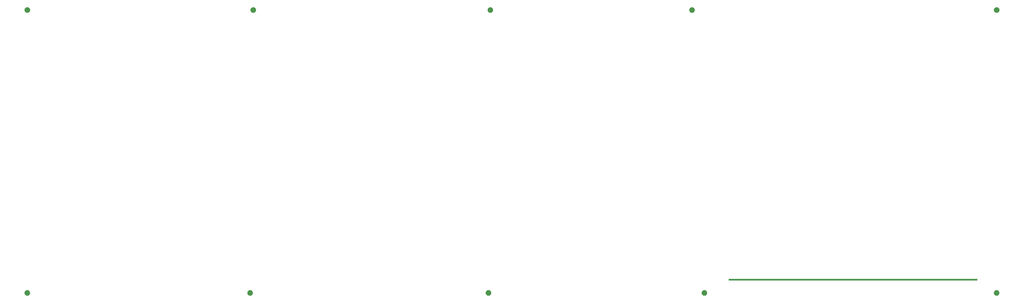
<source format=gbs>
G04 #@! TF.GenerationSoftware,KiCad,Pcbnew,(5.1.5-0-10_14)*
G04 #@! TF.CreationDate,2020-02-21T06:53:06+09:00*
G04 #@! TF.ProjectId,ColiceKeyPlate,436f6c69-6365-44b6-9579-506c6174652e,rev?*
G04 #@! TF.SameCoordinates,Original*
G04 #@! TF.FileFunction,Soldermask,Bot*
G04 #@! TF.FilePolarity,Negative*
%FSLAX46Y46*%
G04 Gerber Fmt 4.6, Leading zero omitted, Abs format (unit mm)*
G04 Created by KiCad (PCBNEW (5.1.5-0-10_14)) date 2020-02-21 06:53:06*
%MOMM*%
%LPD*%
G04 APERTURE LIST*
%ADD10C,0.100000*%
G04 APERTURE END LIST*
D10*
G36*
X433675549Y-138634616D02*
G01*
X433786734Y-138656732D01*
X433996203Y-138743497D01*
X434184720Y-138869460D01*
X434345040Y-139029780D01*
X434471003Y-139218297D01*
X434557768Y-139427766D01*
X434602000Y-139650136D01*
X434602000Y-139876864D01*
X434557768Y-140099234D01*
X434471003Y-140308703D01*
X434345040Y-140497220D01*
X434184720Y-140657540D01*
X433996203Y-140783503D01*
X433786734Y-140870268D01*
X433675549Y-140892384D01*
X433564365Y-140914500D01*
X433337635Y-140914500D01*
X433226451Y-140892384D01*
X433115266Y-140870268D01*
X432905797Y-140783503D01*
X432717280Y-140657540D01*
X432556960Y-140497220D01*
X432430997Y-140308703D01*
X432344232Y-140099234D01*
X432300000Y-139876864D01*
X432300000Y-139650136D01*
X432344232Y-139427766D01*
X432430997Y-139218297D01*
X432556960Y-139029780D01*
X432717280Y-138869460D01*
X432905797Y-138743497D01*
X433115266Y-138656732D01*
X433226451Y-138634616D01*
X433337635Y-138612500D01*
X433564365Y-138612500D01*
X433675549Y-138634616D01*
G37*
G36*
X312771549Y-138634616D02*
G01*
X312882734Y-138656732D01*
X313092203Y-138743497D01*
X313280720Y-138869460D01*
X313441040Y-139029780D01*
X313567003Y-139218297D01*
X313653768Y-139427766D01*
X313698000Y-139650136D01*
X313698000Y-139876864D01*
X313653768Y-140099234D01*
X313567003Y-140308703D01*
X313441040Y-140497220D01*
X313280720Y-140657540D01*
X313092203Y-140783503D01*
X312882734Y-140870268D01*
X312771549Y-140892384D01*
X312660365Y-140914500D01*
X312433635Y-140914500D01*
X312322451Y-140892384D01*
X312211266Y-140870268D01*
X312001797Y-140783503D01*
X311813280Y-140657540D01*
X311652960Y-140497220D01*
X311526997Y-140308703D01*
X311440232Y-140099234D01*
X311396000Y-139876864D01*
X311396000Y-139650136D01*
X311440232Y-139427766D01*
X311526997Y-139218297D01*
X311652960Y-139029780D01*
X311813280Y-138869460D01*
X312001797Y-138743497D01*
X312211266Y-138656732D01*
X312322451Y-138634616D01*
X312433635Y-138612500D01*
X312660365Y-138612500D01*
X312771549Y-138634616D01*
G37*
G36*
X223427049Y-138634616D02*
G01*
X223538234Y-138656732D01*
X223747703Y-138743497D01*
X223936220Y-138869460D01*
X224096540Y-139029780D01*
X224222503Y-139218297D01*
X224309268Y-139427766D01*
X224353500Y-139650136D01*
X224353500Y-139876864D01*
X224309268Y-140099234D01*
X224222503Y-140308703D01*
X224096540Y-140497220D01*
X223936220Y-140657540D01*
X223747703Y-140783503D01*
X223538234Y-140870268D01*
X223427049Y-140892384D01*
X223315865Y-140914500D01*
X223089135Y-140914500D01*
X222977951Y-140892384D01*
X222866766Y-140870268D01*
X222657297Y-140783503D01*
X222468780Y-140657540D01*
X222308460Y-140497220D01*
X222182497Y-140308703D01*
X222095732Y-140099234D01*
X222051500Y-139876864D01*
X222051500Y-139650136D01*
X222095732Y-139427766D01*
X222182497Y-139218297D01*
X222308460Y-139029780D01*
X222468780Y-138869460D01*
X222657297Y-138743497D01*
X222866766Y-138656732D01*
X222977951Y-138634616D01*
X223089135Y-138612500D01*
X223315865Y-138612500D01*
X223427049Y-138634616D01*
G37*
G36*
X124811549Y-138634616D02*
G01*
X124922734Y-138656732D01*
X125132203Y-138743497D01*
X125320720Y-138869460D01*
X125481040Y-139029780D01*
X125607003Y-139218297D01*
X125693768Y-139427766D01*
X125738000Y-139650136D01*
X125738000Y-139876864D01*
X125693768Y-140099234D01*
X125607003Y-140308703D01*
X125481040Y-140497220D01*
X125320720Y-140657540D01*
X125132203Y-140783503D01*
X124922734Y-140870268D01*
X124811549Y-140892384D01*
X124700365Y-140914500D01*
X124473635Y-140914500D01*
X124362451Y-140892384D01*
X124251266Y-140870268D01*
X124041797Y-140783503D01*
X123853280Y-140657540D01*
X123692960Y-140497220D01*
X123566997Y-140308703D01*
X123480232Y-140099234D01*
X123436000Y-139876864D01*
X123436000Y-139650136D01*
X123480232Y-139427766D01*
X123566997Y-139218297D01*
X123692960Y-139029780D01*
X123853280Y-138869460D01*
X124041797Y-138743497D01*
X124251266Y-138656732D01*
X124362451Y-138634616D01*
X124473635Y-138612500D01*
X124700365Y-138612500D01*
X124811549Y-138634616D01*
G37*
G36*
X32609549Y-138634616D02*
G01*
X32720734Y-138656732D01*
X32930203Y-138743497D01*
X33118720Y-138869460D01*
X33279040Y-139029780D01*
X33405003Y-139218297D01*
X33491768Y-139427766D01*
X33536000Y-139650136D01*
X33536000Y-139876864D01*
X33491768Y-140099234D01*
X33405003Y-140308703D01*
X33279040Y-140497220D01*
X33118720Y-140657540D01*
X32930203Y-140783503D01*
X32720734Y-140870268D01*
X32609549Y-140892384D01*
X32498365Y-140914500D01*
X32271635Y-140914500D01*
X32160451Y-140892384D01*
X32049266Y-140870268D01*
X31839797Y-140783503D01*
X31651280Y-140657540D01*
X31490960Y-140497220D01*
X31364997Y-140308703D01*
X31278232Y-140099234D01*
X31234000Y-139876864D01*
X31234000Y-139650136D01*
X31278232Y-139427766D01*
X31364997Y-139218297D01*
X31490960Y-139029780D01*
X31651280Y-138869460D01*
X31839797Y-138743497D01*
X32049266Y-138656732D01*
X32160451Y-138634616D01*
X32271635Y-138612500D01*
X32498365Y-138612500D01*
X32609549Y-138634616D01*
G37*
G36*
X425450000Y-134620000D02*
G01*
X322580000Y-134620000D01*
X322580000Y-133985000D01*
X425450000Y-133985000D01*
X425450000Y-134620000D01*
G37*
G36*
X433693003Y-21418130D02*
G01*
X433804188Y-21440246D01*
X433952304Y-21501598D01*
X434013624Y-21526997D01*
X434013657Y-21527011D01*
X434202174Y-21652974D01*
X434362494Y-21813294D01*
X434488457Y-22001811D01*
X434575222Y-22211280D01*
X434619454Y-22433650D01*
X434619454Y-22660378D01*
X434575222Y-22882748D01*
X434488457Y-23092217D01*
X434362494Y-23280734D01*
X434202174Y-23441054D01*
X434013657Y-23567017D01*
X433804188Y-23653782D01*
X433693003Y-23675898D01*
X433581819Y-23698014D01*
X433355089Y-23698014D01*
X433243905Y-23675898D01*
X433132720Y-23653782D01*
X432923251Y-23567017D01*
X432734734Y-23441054D01*
X432574414Y-23280734D01*
X432448451Y-23092217D01*
X432361686Y-22882748D01*
X432317454Y-22660378D01*
X432317454Y-22433650D01*
X432361686Y-22211280D01*
X432448451Y-22001811D01*
X432574414Y-21813294D01*
X432734734Y-21652974D01*
X432923251Y-21527011D01*
X432923285Y-21526997D01*
X432984604Y-21501598D01*
X433132720Y-21440246D01*
X433243905Y-21418130D01*
X433355089Y-21396014D01*
X433581819Y-21396014D01*
X433693003Y-21418130D01*
G37*
G36*
X307628049Y-21418130D02*
G01*
X307739234Y-21440246D01*
X307887350Y-21501598D01*
X307948670Y-21526997D01*
X307948703Y-21527011D01*
X308137220Y-21652974D01*
X308297540Y-21813294D01*
X308423503Y-22001811D01*
X308510268Y-22211280D01*
X308554500Y-22433650D01*
X308554500Y-22660378D01*
X308510268Y-22882748D01*
X308423503Y-23092217D01*
X308297540Y-23280734D01*
X308137220Y-23441054D01*
X307948703Y-23567017D01*
X307739234Y-23653782D01*
X307628049Y-23675898D01*
X307516865Y-23698014D01*
X307290135Y-23698014D01*
X307178951Y-23675898D01*
X307067766Y-23653782D01*
X306858297Y-23567017D01*
X306669780Y-23441054D01*
X306509460Y-23280734D01*
X306383497Y-23092217D01*
X306296732Y-22882748D01*
X306252500Y-22660378D01*
X306252500Y-22433650D01*
X306296732Y-22211280D01*
X306383497Y-22001811D01*
X306509460Y-21813294D01*
X306669780Y-21652974D01*
X306858297Y-21527011D01*
X306858331Y-21526997D01*
X306919650Y-21501598D01*
X307067766Y-21440246D01*
X307178951Y-21418130D01*
X307290135Y-21396014D01*
X307516865Y-21396014D01*
X307628049Y-21418130D01*
G37*
G36*
X224206503Y-21418130D02*
G01*
X224317688Y-21440246D01*
X224465804Y-21501598D01*
X224527124Y-21526997D01*
X224527157Y-21527011D01*
X224715674Y-21652974D01*
X224875994Y-21813294D01*
X225001957Y-22001811D01*
X225088722Y-22211280D01*
X225132954Y-22433650D01*
X225132954Y-22660378D01*
X225088722Y-22882748D01*
X225001957Y-23092217D01*
X224875994Y-23280734D01*
X224715674Y-23441054D01*
X224527157Y-23567017D01*
X224317688Y-23653782D01*
X224206503Y-23675898D01*
X224095319Y-23698014D01*
X223868589Y-23698014D01*
X223757405Y-23675898D01*
X223646220Y-23653782D01*
X223436751Y-23567017D01*
X223248234Y-23441054D01*
X223087914Y-23280734D01*
X222961951Y-23092217D01*
X222875186Y-22882748D01*
X222830954Y-22660378D01*
X222830954Y-22433650D01*
X222875186Y-22211280D01*
X222961951Y-22001811D01*
X223087914Y-21813294D01*
X223248234Y-21652974D01*
X223436751Y-21527011D01*
X223436785Y-21526997D01*
X223498104Y-21501598D01*
X223646220Y-21440246D01*
X223757405Y-21418130D01*
X223868589Y-21396014D01*
X224095319Y-21396014D01*
X224206503Y-21418130D01*
G37*
G36*
X126099003Y-21418116D02*
G01*
X126210188Y-21440232D01*
X126419657Y-21526997D01*
X126608174Y-21652960D01*
X126768494Y-21813280D01*
X126894457Y-22001797D01*
X126981222Y-22211266D01*
X127025454Y-22433636D01*
X127025454Y-22660364D01*
X126981222Y-22882734D01*
X126894457Y-23092203D01*
X126768494Y-23280720D01*
X126608174Y-23441040D01*
X126419657Y-23567003D01*
X126419656Y-23567004D01*
X126419655Y-23567004D01*
X126419621Y-23567018D01*
X126210188Y-23653768D01*
X126099003Y-23675884D01*
X125987819Y-23698000D01*
X125761089Y-23698000D01*
X125649905Y-23675884D01*
X125538720Y-23653768D01*
X125329287Y-23567018D01*
X125329253Y-23567004D01*
X125329252Y-23567004D01*
X125329251Y-23567003D01*
X125140734Y-23441040D01*
X124980414Y-23280720D01*
X124854451Y-23092203D01*
X124767686Y-22882734D01*
X124723454Y-22660364D01*
X124723454Y-22433636D01*
X124767686Y-22211266D01*
X124854451Y-22001797D01*
X124980414Y-21813280D01*
X125140734Y-21652960D01*
X125329251Y-21526997D01*
X125538720Y-21440232D01*
X125649905Y-21418116D01*
X125761089Y-21396000D01*
X125987819Y-21396000D01*
X126099003Y-21418116D01*
G37*
G36*
X32627003Y-21418116D02*
G01*
X32738188Y-21440232D01*
X32947657Y-21526997D01*
X33136174Y-21652960D01*
X33296494Y-21813280D01*
X33422457Y-22001797D01*
X33509222Y-22211266D01*
X33553454Y-22433636D01*
X33553454Y-22660364D01*
X33509222Y-22882734D01*
X33422457Y-23092203D01*
X33296494Y-23280720D01*
X33136174Y-23441040D01*
X32947657Y-23567003D01*
X32947656Y-23567004D01*
X32947655Y-23567004D01*
X32947621Y-23567018D01*
X32738188Y-23653768D01*
X32627003Y-23675884D01*
X32515819Y-23698000D01*
X32289089Y-23698000D01*
X32177905Y-23675884D01*
X32066720Y-23653768D01*
X31857287Y-23567018D01*
X31857253Y-23567004D01*
X31857252Y-23567004D01*
X31857251Y-23567003D01*
X31668734Y-23441040D01*
X31508414Y-23280720D01*
X31382451Y-23092203D01*
X31295686Y-22882734D01*
X31251454Y-22660364D01*
X31251454Y-22433636D01*
X31295686Y-22211266D01*
X31382451Y-22001797D01*
X31508414Y-21813280D01*
X31668734Y-21652960D01*
X31857251Y-21526997D01*
X32066720Y-21440232D01*
X32177905Y-21418116D01*
X32289089Y-21396000D01*
X32515819Y-21396000D01*
X32627003Y-21418116D01*
G37*
M02*

</source>
